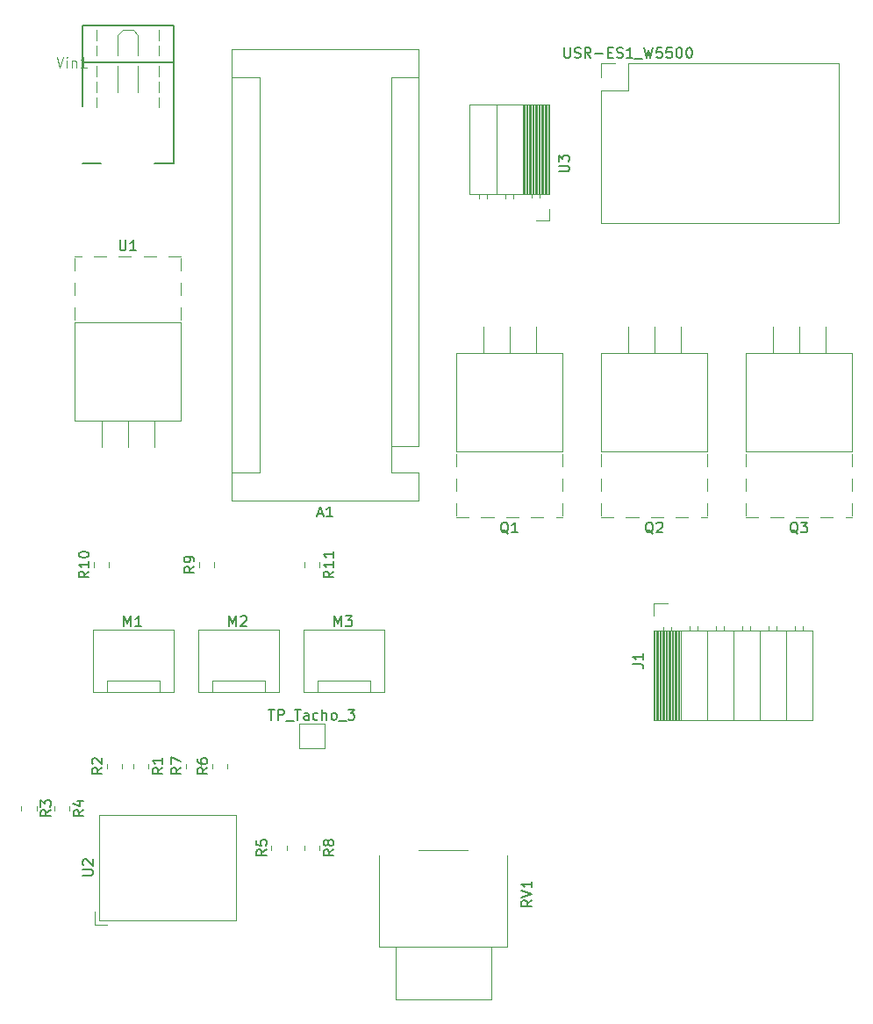
<source format=gbr>
%TF.GenerationSoftware,KiCad,Pcbnew,(5.1.10)-1*%
%TF.CreationDate,2021-06-07T21:45:38+02:00*%
%TF.ProjectId,SteuerungPCB,53746575-6572-4756-9e67-5043422e6b69,rev?*%
%TF.SameCoordinates,Original*%
%TF.FileFunction,Legend,Top*%
%TF.FilePolarity,Positive*%
%FSLAX46Y46*%
G04 Gerber Fmt 4.6, Leading zero omitted, Abs format (unit mm)*
G04 Created by KiCad (PCBNEW (5.1.10)-1) date 2021-06-07 21:45:38*
%MOMM*%
%LPD*%
G01*
G04 APERTURE LIST*
%ADD10C,0.203200*%
%ADD11C,0.101600*%
%ADD12C,0.120000*%
%ADD13C,0.015000*%
%ADD14C,0.150000*%
G04 APERTURE END LIST*
D10*
%TO.C,Vin1*%
X99650000Y-12800000D02*
X90850000Y-12800000D01*
X99650000Y-26100000D02*
X99650000Y-16300000D01*
X99650000Y-16300000D02*
X99650000Y-12800000D01*
X97850000Y-26100000D02*
X99650000Y-26100000D01*
X90850000Y-26100000D02*
X92650000Y-26100000D01*
X90850000Y-12800000D02*
X90850000Y-20600000D01*
X99650000Y-16300000D02*
X90850000Y-16300000D01*
D11*
X98250000Y-13200000D02*
X98250000Y-14200000D01*
X98250000Y-14700000D02*
X98250000Y-15700000D01*
X98250000Y-16700000D02*
X98250000Y-17700000D01*
X98250000Y-18200000D02*
X98250000Y-19200000D01*
X98250000Y-19700000D02*
X98250000Y-20700000D01*
X92250000Y-13200000D02*
X92250000Y-14200000D01*
X92250000Y-14700000D02*
X92250000Y-15700000D01*
X92250000Y-16700000D02*
X92250000Y-17700000D01*
X92250000Y-18200000D02*
X92250000Y-19200000D01*
X92250000Y-19700000D02*
X92250000Y-20700000D01*
X96250000Y-13700000D02*
X96250000Y-15700000D01*
X96250000Y-16700000D02*
X96250000Y-19200000D01*
X94250000Y-13700000D02*
X94250000Y-15700000D01*
X94250000Y-16700000D02*
X94250000Y-19200000D01*
X96250000Y-13700000D02*
X95750000Y-13200000D01*
X95750000Y-13200000D02*
X94750000Y-13200000D01*
X94750000Y-13200000D02*
X94250000Y-13700000D01*
D12*
%TO.C,RV1*%
X131860000Y-92761000D02*
X131860000Y-101640000D01*
X119520000Y-92761000D02*
X119520000Y-101640000D01*
X128084000Y-92259000D02*
X123295000Y-92259000D01*
X131860000Y-101640000D02*
X119520000Y-101640000D01*
X130310000Y-101640000D02*
X130310000Y-106640000D01*
X121070000Y-101640000D02*
X121070000Y-106640000D01*
X130310000Y-101640000D02*
X121070000Y-101640000D01*
X130310000Y-106640000D02*
X121070000Y-106640000D01*
X128810000Y-106640000D02*
X122570000Y-106640000D01*
%TO.C,USR-ES1_W5500*%
X140910000Y-16450000D02*
X142240000Y-16450000D01*
X140910000Y-17780000D02*
X140910000Y-16450000D01*
X143510000Y-16450000D02*
X163890000Y-16450000D01*
X143510000Y-19050000D02*
X143510000Y-16450000D01*
X140910000Y-19050000D02*
X143510000Y-19050000D01*
X163890000Y-16450000D02*
X163890000Y-31810000D01*
X140910000Y-19050000D02*
X140910000Y-31810000D01*
X140910000Y-31810000D02*
X163890000Y-31810000D01*
%TO.C,U2*%
X92090000Y-99450000D02*
X92090000Y-98250000D01*
X93290000Y-99450000D02*
X92090000Y-99450000D01*
X92450000Y-88870000D02*
X92450000Y-99090000D01*
X92450000Y-99090000D02*
X105670000Y-99090000D01*
X105670000Y-99090000D02*
X105670000Y-88870000D01*
X105670000Y-88870000D02*
X92450000Y-88870000D01*
%TO.C,R11*%
X112295000Y-64542936D02*
X112295000Y-64997064D01*
X113765000Y-64542936D02*
X113765000Y-64997064D01*
%TO.C,R10*%
X93445000Y-64997064D02*
X93445000Y-64542936D01*
X91975000Y-64997064D02*
X91975000Y-64542936D01*
%TO.C,R9*%
X103605000Y-64997064D02*
X103605000Y-64542936D01*
X102135000Y-64997064D02*
X102135000Y-64542936D01*
%TO.C,R8*%
X112295000Y-91847936D02*
X112295000Y-92302064D01*
X113765000Y-91847936D02*
X113765000Y-92302064D01*
%TO.C,R7*%
X102335000Y-84404564D02*
X102335000Y-83950436D01*
X100865000Y-84404564D02*
X100865000Y-83950436D01*
%TO.C,R6*%
X104875000Y-84404564D02*
X104875000Y-83950436D01*
X103405000Y-84404564D02*
X103405000Y-83950436D01*
%TO.C,R5*%
X110590000Y-92302064D02*
X110590000Y-91847936D01*
X109120000Y-92302064D02*
X109120000Y-91847936D01*
%TO.C,R4*%
X88165000Y-88037936D02*
X88165000Y-88492064D01*
X89635000Y-88037936D02*
X89635000Y-88492064D01*
%TO.C,R3*%
X84990000Y-88037936D02*
X84990000Y-88492064D01*
X86460000Y-88037936D02*
X86460000Y-88492064D01*
%TO.C,R2*%
X94715000Y-84404564D02*
X94715000Y-83950436D01*
X93245000Y-84404564D02*
X93245000Y-83950436D01*
%TO.C,R1*%
X95785000Y-83950436D02*
X95785000Y-84404564D01*
X97255000Y-83950436D02*
X97255000Y-84404564D01*
%TO.C,TP_Tacho_3*%
X111830000Y-82480000D02*
X111830000Y-80080000D01*
X114230000Y-82480000D02*
X111830000Y-82480000D01*
X114230000Y-80080000D02*
X114230000Y-82480000D01*
X111830000Y-80080000D02*
X114230000Y-80080000D01*
%TO.C,U1*%
X100370000Y-50920000D02*
X90130000Y-50920000D01*
X100370000Y-41430000D02*
X90130000Y-41430000D01*
X100370000Y-50920000D02*
X100370000Y-41430000D01*
X90130000Y-50920000D02*
X90130000Y-41430000D01*
X100370000Y-35030000D02*
X99170000Y-35030000D01*
X97971000Y-35030000D02*
X96770000Y-35030000D01*
X95570000Y-35030000D02*
X94370000Y-35030000D01*
X93170000Y-35030000D02*
X91970000Y-35030000D01*
X90770000Y-35030000D02*
X90130000Y-35030000D01*
X100370000Y-41190000D02*
X100370000Y-39990000D01*
X100370000Y-38790000D02*
X100370000Y-37590000D01*
X100370000Y-36390000D02*
X100370000Y-35190000D01*
X90130000Y-41190000D02*
X90130000Y-39990000D01*
X90130000Y-38790000D02*
X90130000Y-37590000D01*
X90130000Y-36390000D02*
X90130000Y-35190000D01*
X97790000Y-53460000D02*
X97790000Y-50920000D01*
X95250000Y-53460000D02*
X95250000Y-50920000D01*
X92710000Y-53460000D02*
X92710000Y-50920000D01*
%TO.C,Q3*%
X154900000Y-44330000D02*
X165140000Y-44330000D01*
X154900000Y-53820000D02*
X165140000Y-53820000D01*
X154900000Y-44330000D02*
X154900000Y-53820000D01*
X165140000Y-44330000D02*
X165140000Y-53820000D01*
X154900000Y-60220000D02*
X156100000Y-60220000D01*
X157299000Y-60220000D02*
X158500000Y-60220000D01*
X159700000Y-60220000D02*
X160900000Y-60220000D01*
X162100000Y-60220000D02*
X163300000Y-60220000D01*
X164500000Y-60220000D02*
X165140000Y-60220000D01*
X154900000Y-54060000D02*
X154900000Y-55260000D01*
X154900000Y-56460000D02*
X154900000Y-57660000D01*
X154900000Y-58860000D02*
X154900000Y-60060000D01*
X165140000Y-54060000D02*
X165140000Y-55260000D01*
X165140000Y-56460000D02*
X165140000Y-57660000D01*
X165140000Y-58860000D02*
X165140000Y-60060000D01*
X157480000Y-41790000D02*
X157480000Y-44330000D01*
X160020000Y-41790000D02*
X160020000Y-44330000D01*
X162560000Y-41790000D02*
X162560000Y-44330000D01*
%TO.C,Q2*%
X140930000Y-44330000D02*
X151170000Y-44330000D01*
X140930000Y-53820000D02*
X151170000Y-53820000D01*
X140930000Y-44330000D02*
X140930000Y-53820000D01*
X151170000Y-44330000D02*
X151170000Y-53820000D01*
X140930000Y-60220000D02*
X142130000Y-60220000D01*
X143329000Y-60220000D02*
X144530000Y-60220000D01*
X145730000Y-60220000D02*
X146930000Y-60220000D01*
X148130000Y-60220000D02*
X149330000Y-60220000D01*
X150530000Y-60220000D02*
X151170000Y-60220000D01*
X140930000Y-54060000D02*
X140930000Y-55260000D01*
X140930000Y-56460000D02*
X140930000Y-57660000D01*
X140930000Y-58860000D02*
X140930000Y-60060000D01*
X151170000Y-54060000D02*
X151170000Y-55260000D01*
X151170000Y-56460000D02*
X151170000Y-57660000D01*
X151170000Y-58860000D02*
X151170000Y-60060000D01*
X143510000Y-41790000D02*
X143510000Y-44330000D01*
X146050000Y-41790000D02*
X146050000Y-44330000D01*
X148590000Y-41790000D02*
X148590000Y-44330000D01*
%TO.C,Q1*%
X126960000Y-44330000D02*
X137200000Y-44330000D01*
X126960000Y-53820000D02*
X137200000Y-53820000D01*
X126960000Y-44330000D02*
X126960000Y-53820000D01*
X137200000Y-44330000D02*
X137200000Y-53820000D01*
X126960000Y-60220000D02*
X128160000Y-60220000D01*
X129359000Y-60220000D02*
X130560000Y-60220000D01*
X131760000Y-60220000D02*
X132960000Y-60220000D01*
X134160000Y-60220000D02*
X135360000Y-60220000D01*
X136560000Y-60220000D02*
X137200000Y-60220000D01*
X126960000Y-54060000D02*
X126960000Y-55260000D01*
X126960000Y-56460000D02*
X126960000Y-57660000D01*
X126960000Y-58860000D02*
X126960000Y-60060000D01*
X137200000Y-54060000D02*
X137200000Y-55260000D01*
X137200000Y-56460000D02*
X137200000Y-57660000D01*
X137200000Y-58860000D02*
X137200000Y-60060000D01*
X129540000Y-41790000D02*
X129540000Y-44330000D01*
X132080000Y-41790000D02*
X132080000Y-44330000D01*
X134620000Y-41790000D02*
X134620000Y-44330000D01*
%TO.C,M3*%
X118610000Y-75950000D02*
X118610000Y-76960000D01*
X113530000Y-75950000D02*
X118610000Y-75950000D01*
X113530000Y-76960000D02*
X113530000Y-75950000D01*
X119980000Y-77060000D02*
X112180000Y-77060000D01*
X119980000Y-71010000D02*
X119980000Y-77060000D01*
X112180000Y-71010000D02*
X119980000Y-71010000D01*
X112180000Y-77060000D02*
X112180000Y-71010000D01*
%TO.C,U3*%
X135950000Y-30480000D02*
X135950000Y-31590000D01*
X135950000Y-31590000D02*
X134620000Y-31590000D01*
X135950000Y-20390000D02*
X128210000Y-20390000D01*
X128210000Y-20390000D02*
X128210000Y-29020000D01*
X135950000Y-29020000D02*
X128210000Y-29020000D01*
X135950000Y-20390000D02*
X135950000Y-29020000D01*
X130810000Y-20390000D02*
X130810000Y-29020000D01*
X133350000Y-20390000D02*
X133350000Y-29020000D01*
X129180000Y-29020000D02*
X129180000Y-29430000D01*
X129900000Y-29020000D02*
X129900000Y-29430000D01*
X131720000Y-29020000D02*
X131720000Y-29430000D01*
X132440000Y-29020000D02*
X132440000Y-29430000D01*
X134260000Y-29020000D02*
X134260000Y-29370000D01*
X134980000Y-29020000D02*
X134980000Y-29370000D01*
X133468100Y-20390000D02*
X133468100Y-29020000D01*
X133586195Y-20390000D02*
X133586195Y-29020000D01*
X133704290Y-20390000D02*
X133704290Y-29020000D01*
X133822385Y-20390000D02*
X133822385Y-29020000D01*
X133940480Y-20390000D02*
X133940480Y-29020000D01*
X134058575Y-20390000D02*
X134058575Y-29020000D01*
X134176670Y-20390000D02*
X134176670Y-29020000D01*
X134294765Y-20390000D02*
X134294765Y-29020000D01*
X134412860Y-20390000D02*
X134412860Y-29020000D01*
X134530955Y-20390000D02*
X134530955Y-29020000D01*
X134649050Y-20390000D02*
X134649050Y-29020000D01*
X134767145Y-20390000D02*
X134767145Y-29020000D01*
X134885240Y-20390000D02*
X134885240Y-29020000D01*
X135003335Y-20390000D02*
X135003335Y-29020000D01*
X135121430Y-20390000D02*
X135121430Y-29020000D01*
X135239525Y-20390000D02*
X135239525Y-29020000D01*
X135357620Y-20390000D02*
X135357620Y-29020000D01*
X135475715Y-20390000D02*
X135475715Y-29020000D01*
X135593810Y-20390000D02*
X135593810Y-29020000D01*
X135711905Y-20390000D02*
X135711905Y-29020000D01*
X135830000Y-20390000D02*
X135830000Y-29020000D01*
%TO.C,M2*%
X108450000Y-75950000D02*
X108450000Y-76960000D01*
X103370000Y-75950000D02*
X108450000Y-75950000D01*
X103370000Y-76960000D02*
X103370000Y-75950000D01*
X109820000Y-77060000D02*
X102020000Y-77060000D01*
X109820000Y-71010000D02*
X109820000Y-77060000D01*
X102020000Y-71010000D02*
X109820000Y-71010000D01*
X102020000Y-77060000D02*
X102020000Y-71010000D01*
%TO.C,M1*%
X98290000Y-75950000D02*
X98290000Y-76960000D01*
X93210000Y-75950000D02*
X98290000Y-75950000D01*
X93210000Y-76960000D02*
X93210000Y-75950000D01*
X99660000Y-77060000D02*
X91860000Y-77060000D01*
X99660000Y-71010000D02*
X99660000Y-77060000D01*
X91860000Y-71010000D02*
X99660000Y-71010000D01*
X91860000Y-77060000D02*
X91860000Y-71010000D01*
%TO.C,J1*%
X145990000Y-69640000D02*
X145990000Y-68530000D01*
X145990000Y-68530000D02*
X147320000Y-68530000D01*
X145990000Y-79730000D02*
X161350000Y-79730000D01*
X161350000Y-79730000D02*
X161350000Y-71100000D01*
X145990000Y-71100000D02*
X161350000Y-71100000D01*
X145990000Y-79730000D02*
X145990000Y-71100000D01*
X158750000Y-79730000D02*
X158750000Y-71100000D01*
X156210000Y-79730000D02*
X156210000Y-71100000D01*
X153670000Y-79730000D02*
X153670000Y-71100000D01*
X151130000Y-79730000D02*
X151130000Y-71100000D01*
X148590000Y-79730000D02*
X148590000Y-71100000D01*
X160380000Y-71100000D02*
X160380000Y-70690000D01*
X159660000Y-71100000D02*
X159660000Y-70690000D01*
X157840000Y-71100000D02*
X157840000Y-70690000D01*
X157120000Y-71100000D02*
X157120000Y-70690000D01*
X155300000Y-71100000D02*
X155300000Y-70690000D01*
X154580000Y-71100000D02*
X154580000Y-70690000D01*
X152760000Y-71100000D02*
X152760000Y-70690000D01*
X152040000Y-71100000D02*
X152040000Y-70690000D01*
X150220000Y-71100000D02*
X150220000Y-70690000D01*
X149500000Y-71100000D02*
X149500000Y-70690000D01*
X147680000Y-71100000D02*
X147680000Y-70750000D01*
X146960000Y-71100000D02*
X146960000Y-70750000D01*
X148471900Y-79730000D02*
X148471900Y-71100000D01*
X148353805Y-79730000D02*
X148353805Y-71100000D01*
X148235710Y-79730000D02*
X148235710Y-71100000D01*
X148117615Y-79730000D02*
X148117615Y-71100000D01*
X147999520Y-79730000D02*
X147999520Y-71100000D01*
X147881425Y-79730000D02*
X147881425Y-71100000D01*
X147763330Y-79730000D02*
X147763330Y-71100000D01*
X147645235Y-79730000D02*
X147645235Y-71100000D01*
X147527140Y-79730000D02*
X147527140Y-71100000D01*
X147409045Y-79730000D02*
X147409045Y-71100000D01*
X147290950Y-79730000D02*
X147290950Y-71100000D01*
X147172855Y-79730000D02*
X147172855Y-71100000D01*
X147054760Y-79730000D02*
X147054760Y-71100000D01*
X146936665Y-79730000D02*
X146936665Y-71100000D01*
X146818570Y-79730000D02*
X146818570Y-71100000D01*
X146700475Y-79730000D02*
X146700475Y-71100000D01*
X146582380Y-79730000D02*
X146582380Y-71100000D01*
X146464285Y-79730000D02*
X146464285Y-71100000D01*
X146346190Y-79730000D02*
X146346190Y-71100000D01*
X146228095Y-79730000D02*
X146228095Y-71100000D01*
X146110000Y-79730000D02*
X146110000Y-71100000D01*
%TO.C,A1*%
X120650000Y-53340000D02*
X120650000Y-55880000D01*
X120650000Y-55880000D02*
X123320000Y-55880000D01*
X123320000Y-53340000D02*
X123320000Y-15110000D01*
X123320000Y-58550000D02*
X123320000Y-55880000D01*
X107950000Y-55880000D02*
X105280000Y-55880000D01*
X107950000Y-55880000D02*
X107950000Y-17780000D01*
X107950000Y-17780000D02*
X105280000Y-17780000D01*
X120650000Y-53340000D02*
X123320000Y-53340000D01*
X120650000Y-53340000D02*
X120650000Y-17780000D01*
X120650000Y-17780000D02*
X123320000Y-17780000D01*
X123320000Y-15110000D02*
X105280000Y-15110000D01*
X105280000Y-15110000D02*
X105280000Y-58550000D01*
X105280000Y-58550000D02*
X123320000Y-58550000D01*
%TO.C,Vin1*%
D13*
X88385000Y-15827380D02*
X88718333Y-16827380D01*
X89051666Y-15827380D01*
X89385000Y-16827380D02*
X89385000Y-16160714D01*
X89385000Y-15827380D02*
X89337380Y-15875000D01*
X89385000Y-15922619D01*
X89432619Y-15875000D01*
X89385000Y-15827380D01*
X89385000Y-15922619D01*
X89861190Y-16160714D02*
X89861190Y-16827380D01*
X89861190Y-16255952D02*
X89908809Y-16208333D01*
X90004047Y-16160714D01*
X90146904Y-16160714D01*
X90242142Y-16208333D01*
X90289761Y-16303571D01*
X90289761Y-16827380D01*
X91289761Y-16827380D02*
X90718333Y-16827380D01*
X91004047Y-16827380D02*
X91004047Y-15827380D01*
X90908809Y-15970238D01*
X90813571Y-16065476D01*
X90718333Y-16113095D01*
%TO.C,RV1*%
D14*
X134242380Y-97115238D02*
X133766190Y-97448571D01*
X134242380Y-97686666D02*
X133242380Y-97686666D01*
X133242380Y-97305714D01*
X133290000Y-97210476D01*
X133337619Y-97162857D01*
X133432857Y-97115238D01*
X133575714Y-97115238D01*
X133670952Y-97162857D01*
X133718571Y-97210476D01*
X133766190Y-97305714D01*
X133766190Y-97686666D01*
X133242380Y-96829523D02*
X134242380Y-96496190D01*
X133242380Y-96162857D01*
X134242380Y-95305714D02*
X134242380Y-95877142D01*
X134242380Y-95591428D02*
X133242380Y-95591428D01*
X133385238Y-95686666D01*
X133480476Y-95781904D01*
X133528095Y-95877142D01*
%TO.C,USR-ES1_W5500*%
X137367142Y-14902380D02*
X137367142Y-15711904D01*
X137414761Y-15807142D01*
X137462380Y-15854761D01*
X137557619Y-15902380D01*
X137748095Y-15902380D01*
X137843333Y-15854761D01*
X137890952Y-15807142D01*
X137938571Y-15711904D01*
X137938571Y-14902380D01*
X138367142Y-15854761D02*
X138510000Y-15902380D01*
X138748095Y-15902380D01*
X138843333Y-15854761D01*
X138890952Y-15807142D01*
X138938571Y-15711904D01*
X138938571Y-15616666D01*
X138890952Y-15521428D01*
X138843333Y-15473809D01*
X138748095Y-15426190D01*
X138557619Y-15378571D01*
X138462380Y-15330952D01*
X138414761Y-15283333D01*
X138367142Y-15188095D01*
X138367142Y-15092857D01*
X138414761Y-14997619D01*
X138462380Y-14950000D01*
X138557619Y-14902380D01*
X138795714Y-14902380D01*
X138938571Y-14950000D01*
X139938571Y-15902380D02*
X139605238Y-15426190D01*
X139367142Y-15902380D02*
X139367142Y-14902380D01*
X139748095Y-14902380D01*
X139843333Y-14950000D01*
X139890952Y-14997619D01*
X139938571Y-15092857D01*
X139938571Y-15235714D01*
X139890952Y-15330952D01*
X139843333Y-15378571D01*
X139748095Y-15426190D01*
X139367142Y-15426190D01*
X140367142Y-15521428D02*
X141129047Y-15521428D01*
X141605238Y-15378571D02*
X141938571Y-15378571D01*
X142081428Y-15902380D02*
X141605238Y-15902380D01*
X141605238Y-14902380D01*
X142081428Y-14902380D01*
X142462380Y-15854761D02*
X142605238Y-15902380D01*
X142843333Y-15902380D01*
X142938571Y-15854761D01*
X142986190Y-15807142D01*
X143033809Y-15711904D01*
X143033809Y-15616666D01*
X142986190Y-15521428D01*
X142938571Y-15473809D01*
X142843333Y-15426190D01*
X142652857Y-15378571D01*
X142557619Y-15330952D01*
X142510000Y-15283333D01*
X142462380Y-15188095D01*
X142462380Y-15092857D01*
X142510000Y-14997619D01*
X142557619Y-14950000D01*
X142652857Y-14902380D01*
X142890952Y-14902380D01*
X143033809Y-14950000D01*
X143986190Y-15902380D02*
X143414761Y-15902380D01*
X143700476Y-15902380D02*
X143700476Y-14902380D01*
X143605238Y-15045238D01*
X143510000Y-15140476D01*
X143414761Y-15188095D01*
X144176666Y-15997619D02*
X144938571Y-15997619D01*
X145081428Y-14902380D02*
X145319523Y-15902380D01*
X145510000Y-15188095D01*
X145700476Y-15902380D01*
X145938571Y-14902380D01*
X146795714Y-14902380D02*
X146319523Y-14902380D01*
X146271904Y-15378571D01*
X146319523Y-15330952D01*
X146414761Y-15283333D01*
X146652857Y-15283333D01*
X146748095Y-15330952D01*
X146795714Y-15378571D01*
X146843333Y-15473809D01*
X146843333Y-15711904D01*
X146795714Y-15807142D01*
X146748095Y-15854761D01*
X146652857Y-15902380D01*
X146414761Y-15902380D01*
X146319523Y-15854761D01*
X146271904Y-15807142D01*
X147748095Y-14902380D02*
X147271904Y-14902380D01*
X147224285Y-15378571D01*
X147271904Y-15330952D01*
X147367142Y-15283333D01*
X147605238Y-15283333D01*
X147700476Y-15330952D01*
X147748095Y-15378571D01*
X147795714Y-15473809D01*
X147795714Y-15711904D01*
X147748095Y-15807142D01*
X147700476Y-15854761D01*
X147605238Y-15902380D01*
X147367142Y-15902380D01*
X147271904Y-15854761D01*
X147224285Y-15807142D01*
X148414761Y-14902380D02*
X148510000Y-14902380D01*
X148605238Y-14950000D01*
X148652857Y-14997619D01*
X148700476Y-15092857D01*
X148748095Y-15283333D01*
X148748095Y-15521428D01*
X148700476Y-15711904D01*
X148652857Y-15807142D01*
X148605238Y-15854761D01*
X148510000Y-15902380D01*
X148414761Y-15902380D01*
X148319523Y-15854761D01*
X148271904Y-15807142D01*
X148224285Y-15711904D01*
X148176666Y-15521428D01*
X148176666Y-15283333D01*
X148224285Y-15092857D01*
X148271904Y-14997619D01*
X148319523Y-14950000D01*
X148414761Y-14902380D01*
X149367142Y-14902380D02*
X149462380Y-14902380D01*
X149557619Y-14950000D01*
X149605238Y-14997619D01*
X149652857Y-15092857D01*
X149700476Y-15283333D01*
X149700476Y-15521428D01*
X149652857Y-15711904D01*
X149605238Y-15807142D01*
X149557619Y-15854761D01*
X149462380Y-15902380D01*
X149367142Y-15902380D01*
X149271904Y-15854761D01*
X149224285Y-15807142D01*
X149176666Y-15711904D01*
X149129047Y-15521428D01*
X149129047Y-15283333D01*
X149176666Y-15092857D01*
X149224285Y-14997619D01*
X149271904Y-14950000D01*
X149367142Y-14902380D01*
%TO.C,U2*%
X90892380Y-94741904D02*
X91701904Y-94741904D01*
X91797142Y-94694285D01*
X91844761Y-94646666D01*
X91892380Y-94551428D01*
X91892380Y-94360952D01*
X91844761Y-94265714D01*
X91797142Y-94218095D01*
X91701904Y-94170476D01*
X90892380Y-94170476D01*
X90987619Y-93741904D02*
X90940000Y-93694285D01*
X90892380Y-93599047D01*
X90892380Y-93360952D01*
X90940000Y-93265714D01*
X90987619Y-93218095D01*
X91082857Y-93170476D01*
X91178095Y-93170476D01*
X91320952Y-93218095D01*
X91892380Y-93789523D01*
X91892380Y-93170476D01*
%TO.C,R11*%
X115132380Y-65412857D02*
X114656190Y-65746190D01*
X115132380Y-65984285D02*
X114132380Y-65984285D01*
X114132380Y-65603333D01*
X114180000Y-65508095D01*
X114227619Y-65460476D01*
X114322857Y-65412857D01*
X114465714Y-65412857D01*
X114560952Y-65460476D01*
X114608571Y-65508095D01*
X114656190Y-65603333D01*
X114656190Y-65984285D01*
X115132380Y-64460476D02*
X115132380Y-65031904D01*
X115132380Y-64746190D02*
X114132380Y-64746190D01*
X114275238Y-64841428D01*
X114370476Y-64936666D01*
X114418095Y-65031904D01*
X115132380Y-63508095D02*
X115132380Y-64079523D01*
X115132380Y-63793809D02*
X114132380Y-63793809D01*
X114275238Y-63889047D01*
X114370476Y-63984285D01*
X114418095Y-64079523D01*
%TO.C,R10*%
X91512380Y-65412857D02*
X91036190Y-65746190D01*
X91512380Y-65984285D02*
X90512380Y-65984285D01*
X90512380Y-65603333D01*
X90560000Y-65508095D01*
X90607619Y-65460476D01*
X90702857Y-65412857D01*
X90845714Y-65412857D01*
X90940952Y-65460476D01*
X90988571Y-65508095D01*
X91036190Y-65603333D01*
X91036190Y-65984285D01*
X91512380Y-64460476D02*
X91512380Y-65031904D01*
X91512380Y-64746190D02*
X90512380Y-64746190D01*
X90655238Y-64841428D01*
X90750476Y-64936666D01*
X90798095Y-65031904D01*
X90512380Y-63841428D02*
X90512380Y-63746190D01*
X90560000Y-63650952D01*
X90607619Y-63603333D01*
X90702857Y-63555714D01*
X90893333Y-63508095D01*
X91131428Y-63508095D01*
X91321904Y-63555714D01*
X91417142Y-63603333D01*
X91464761Y-63650952D01*
X91512380Y-63746190D01*
X91512380Y-63841428D01*
X91464761Y-63936666D01*
X91417142Y-63984285D01*
X91321904Y-64031904D01*
X91131428Y-64079523D01*
X90893333Y-64079523D01*
X90702857Y-64031904D01*
X90607619Y-63984285D01*
X90560000Y-63936666D01*
X90512380Y-63841428D01*
%TO.C,R9*%
X101672380Y-64936666D02*
X101196190Y-65270000D01*
X101672380Y-65508095D02*
X100672380Y-65508095D01*
X100672380Y-65127142D01*
X100720000Y-65031904D01*
X100767619Y-64984285D01*
X100862857Y-64936666D01*
X101005714Y-64936666D01*
X101100952Y-64984285D01*
X101148571Y-65031904D01*
X101196190Y-65127142D01*
X101196190Y-65508095D01*
X101672380Y-64460476D02*
X101672380Y-64270000D01*
X101624761Y-64174761D01*
X101577142Y-64127142D01*
X101434285Y-64031904D01*
X101243809Y-63984285D01*
X100862857Y-63984285D01*
X100767619Y-64031904D01*
X100720000Y-64079523D01*
X100672380Y-64174761D01*
X100672380Y-64365238D01*
X100720000Y-64460476D01*
X100767619Y-64508095D01*
X100862857Y-64555714D01*
X101100952Y-64555714D01*
X101196190Y-64508095D01*
X101243809Y-64460476D01*
X101291428Y-64365238D01*
X101291428Y-64174761D01*
X101243809Y-64079523D01*
X101196190Y-64031904D01*
X101100952Y-63984285D01*
%TO.C,R8*%
X115132380Y-92241666D02*
X114656190Y-92575000D01*
X115132380Y-92813095D02*
X114132380Y-92813095D01*
X114132380Y-92432142D01*
X114180000Y-92336904D01*
X114227619Y-92289285D01*
X114322857Y-92241666D01*
X114465714Y-92241666D01*
X114560952Y-92289285D01*
X114608571Y-92336904D01*
X114656190Y-92432142D01*
X114656190Y-92813095D01*
X114560952Y-91670238D02*
X114513333Y-91765476D01*
X114465714Y-91813095D01*
X114370476Y-91860714D01*
X114322857Y-91860714D01*
X114227619Y-91813095D01*
X114180000Y-91765476D01*
X114132380Y-91670238D01*
X114132380Y-91479761D01*
X114180000Y-91384523D01*
X114227619Y-91336904D01*
X114322857Y-91289285D01*
X114370476Y-91289285D01*
X114465714Y-91336904D01*
X114513333Y-91384523D01*
X114560952Y-91479761D01*
X114560952Y-91670238D01*
X114608571Y-91765476D01*
X114656190Y-91813095D01*
X114751428Y-91860714D01*
X114941904Y-91860714D01*
X115037142Y-91813095D01*
X115084761Y-91765476D01*
X115132380Y-91670238D01*
X115132380Y-91479761D01*
X115084761Y-91384523D01*
X115037142Y-91336904D01*
X114941904Y-91289285D01*
X114751428Y-91289285D01*
X114656190Y-91336904D01*
X114608571Y-91384523D01*
X114560952Y-91479761D01*
%TO.C,R7*%
X100402380Y-84344166D02*
X99926190Y-84677500D01*
X100402380Y-84915595D02*
X99402380Y-84915595D01*
X99402380Y-84534642D01*
X99450000Y-84439404D01*
X99497619Y-84391785D01*
X99592857Y-84344166D01*
X99735714Y-84344166D01*
X99830952Y-84391785D01*
X99878571Y-84439404D01*
X99926190Y-84534642D01*
X99926190Y-84915595D01*
X99402380Y-84010833D02*
X99402380Y-83344166D01*
X100402380Y-83772738D01*
%TO.C,R6*%
X102942380Y-84344166D02*
X102466190Y-84677500D01*
X102942380Y-84915595D02*
X101942380Y-84915595D01*
X101942380Y-84534642D01*
X101990000Y-84439404D01*
X102037619Y-84391785D01*
X102132857Y-84344166D01*
X102275714Y-84344166D01*
X102370952Y-84391785D01*
X102418571Y-84439404D01*
X102466190Y-84534642D01*
X102466190Y-84915595D01*
X101942380Y-83487023D02*
X101942380Y-83677500D01*
X101990000Y-83772738D01*
X102037619Y-83820357D01*
X102180476Y-83915595D01*
X102370952Y-83963214D01*
X102751904Y-83963214D01*
X102847142Y-83915595D01*
X102894761Y-83867976D01*
X102942380Y-83772738D01*
X102942380Y-83582261D01*
X102894761Y-83487023D01*
X102847142Y-83439404D01*
X102751904Y-83391785D01*
X102513809Y-83391785D01*
X102418571Y-83439404D01*
X102370952Y-83487023D01*
X102323333Y-83582261D01*
X102323333Y-83772738D01*
X102370952Y-83867976D01*
X102418571Y-83915595D01*
X102513809Y-83963214D01*
%TO.C,R5*%
X108657380Y-92241666D02*
X108181190Y-92575000D01*
X108657380Y-92813095D02*
X107657380Y-92813095D01*
X107657380Y-92432142D01*
X107705000Y-92336904D01*
X107752619Y-92289285D01*
X107847857Y-92241666D01*
X107990714Y-92241666D01*
X108085952Y-92289285D01*
X108133571Y-92336904D01*
X108181190Y-92432142D01*
X108181190Y-92813095D01*
X107657380Y-91336904D02*
X107657380Y-91813095D01*
X108133571Y-91860714D01*
X108085952Y-91813095D01*
X108038333Y-91717857D01*
X108038333Y-91479761D01*
X108085952Y-91384523D01*
X108133571Y-91336904D01*
X108228809Y-91289285D01*
X108466904Y-91289285D01*
X108562142Y-91336904D01*
X108609761Y-91384523D01*
X108657380Y-91479761D01*
X108657380Y-91717857D01*
X108609761Y-91813095D01*
X108562142Y-91860714D01*
%TO.C,R4*%
X91002380Y-88431666D02*
X90526190Y-88765000D01*
X91002380Y-89003095D02*
X90002380Y-89003095D01*
X90002380Y-88622142D01*
X90050000Y-88526904D01*
X90097619Y-88479285D01*
X90192857Y-88431666D01*
X90335714Y-88431666D01*
X90430952Y-88479285D01*
X90478571Y-88526904D01*
X90526190Y-88622142D01*
X90526190Y-89003095D01*
X90335714Y-87574523D02*
X91002380Y-87574523D01*
X89954761Y-87812619D02*
X90669047Y-88050714D01*
X90669047Y-87431666D01*
%TO.C,R3*%
X87827380Y-88431666D02*
X87351190Y-88765000D01*
X87827380Y-89003095D02*
X86827380Y-89003095D01*
X86827380Y-88622142D01*
X86875000Y-88526904D01*
X86922619Y-88479285D01*
X87017857Y-88431666D01*
X87160714Y-88431666D01*
X87255952Y-88479285D01*
X87303571Y-88526904D01*
X87351190Y-88622142D01*
X87351190Y-89003095D01*
X86827380Y-88098333D02*
X86827380Y-87479285D01*
X87208333Y-87812619D01*
X87208333Y-87669761D01*
X87255952Y-87574523D01*
X87303571Y-87526904D01*
X87398809Y-87479285D01*
X87636904Y-87479285D01*
X87732142Y-87526904D01*
X87779761Y-87574523D01*
X87827380Y-87669761D01*
X87827380Y-87955476D01*
X87779761Y-88050714D01*
X87732142Y-88098333D01*
%TO.C,R2*%
X92782380Y-84344166D02*
X92306190Y-84677500D01*
X92782380Y-84915595D02*
X91782380Y-84915595D01*
X91782380Y-84534642D01*
X91830000Y-84439404D01*
X91877619Y-84391785D01*
X91972857Y-84344166D01*
X92115714Y-84344166D01*
X92210952Y-84391785D01*
X92258571Y-84439404D01*
X92306190Y-84534642D01*
X92306190Y-84915595D01*
X91877619Y-83963214D02*
X91830000Y-83915595D01*
X91782380Y-83820357D01*
X91782380Y-83582261D01*
X91830000Y-83487023D01*
X91877619Y-83439404D01*
X91972857Y-83391785D01*
X92068095Y-83391785D01*
X92210952Y-83439404D01*
X92782380Y-84010833D01*
X92782380Y-83391785D01*
%TO.C,R1*%
X98622380Y-84344166D02*
X98146190Y-84677500D01*
X98622380Y-84915595D02*
X97622380Y-84915595D01*
X97622380Y-84534642D01*
X97670000Y-84439404D01*
X97717619Y-84391785D01*
X97812857Y-84344166D01*
X97955714Y-84344166D01*
X98050952Y-84391785D01*
X98098571Y-84439404D01*
X98146190Y-84534642D01*
X98146190Y-84915595D01*
X98622380Y-83391785D02*
X98622380Y-83963214D01*
X98622380Y-83677500D02*
X97622380Y-83677500D01*
X97765238Y-83772738D01*
X97860476Y-83867976D01*
X97908095Y-83963214D01*
%TO.C,TP_Tacho_3*%
X108839523Y-78734380D02*
X109410952Y-78734380D01*
X109125238Y-79734380D02*
X109125238Y-78734380D01*
X109744285Y-79734380D02*
X109744285Y-78734380D01*
X110125238Y-78734380D01*
X110220476Y-78782000D01*
X110268095Y-78829619D01*
X110315714Y-78924857D01*
X110315714Y-79067714D01*
X110268095Y-79162952D01*
X110220476Y-79210571D01*
X110125238Y-79258190D01*
X109744285Y-79258190D01*
X110506190Y-79829619D02*
X111268095Y-79829619D01*
X111363333Y-78734380D02*
X111934761Y-78734380D01*
X111649047Y-79734380D02*
X111649047Y-78734380D01*
X112696666Y-79734380D02*
X112696666Y-79210571D01*
X112649047Y-79115333D01*
X112553809Y-79067714D01*
X112363333Y-79067714D01*
X112268095Y-79115333D01*
X112696666Y-79686761D02*
X112601428Y-79734380D01*
X112363333Y-79734380D01*
X112268095Y-79686761D01*
X112220476Y-79591523D01*
X112220476Y-79496285D01*
X112268095Y-79401047D01*
X112363333Y-79353428D01*
X112601428Y-79353428D01*
X112696666Y-79305809D01*
X113601428Y-79686761D02*
X113506190Y-79734380D01*
X113315714Y-79734380D01*
X113220476Y-79686761D01*
X113172857Y-79639142D01*
X113125238Y-79543904D01*
X113125238Y-79258190D01*
X113172857Y-79162952D01*
X113220476Y-79115333D01*
X113315714Y-79067714D01*
X113506190Y-79067714D01*
X113601428Y-79115333D01*
X114030000Y-79734380D02*
X114030000Y-78734380D01*
X114458571Y-79734380D02*
X114458571Y-79210571D01*
X114410952Y-79115333D01*
X114315714Y-79067714D01*
X114172857Y-79067714D01*
X114077619Y-79115333D01*
X114030000Y-79162952D01*
X115077619Y-79734380D02*
X114982380Y-79686761D01*
X114934761Y-79639142D01*
X114887142Y-79543904D01*
X114887142Y-79258190D01*
X114934761Y-79162952D01*
X114982380Y-79115333D01*
X115077619Y-79067714D01*
X115220476Y-79067714D01*
X115315714Y-79115333D01*
X115363333Y-79162952D01*
X115410952Y-79258190D01*
X115410952Y-79543904D01*
X115363333Y-79639142D01*
X115315714Y-79686761D01*
X115220476Y-79734380D01*
X115077619Y-79734380D01*
X115601428Y-79829619D02*
X116363333Y-79829619D01*
X116506190Y-78734380D02*
X117125238Y-78734380D01*
X116791904Y-79115333D01*
X116934761Y-79115333D01*
X117030000Y-79162952D01*
X117077619Y-79210571D01*
X117125238Y-79305809D01*
X117125238Y-79543904D01*
X117077619Y-79639142D01*
X117030000Y-79686761D01*
X116934761Y-79734380D01*
X116649047Y-79734380D01*
X116553809Y-79686761D01*
X116506190Y-79639142D01*
%TO.C,U1*%
X94488095Y-33482380D02*
X94488095Y-34291904D01*
X94535714Y-34387142D01*
X94583333Y-34434761D01*
X94678571Y-34482380D01*
X94869047Y-34482380D01*
X94964285Y-34434761D01*
X95011904Y-34387142D01*
X95059523Y-34291904D01*
X95059523Y-33482380D01*
X96059523Y-34482380D02*
X95488095Y-34482380D01*
X95773809Y-34482380D02*
X95773809Y-33482380D01*
X95678571Y-33625238D01*
X95583333Y-33720476D01*
X95488095Y-33768095D01*
%TO.C,Q3*%
X159924761Y-61767619D02*
X159829523Y-61720000D01*
X159734285Y-61624761D01*
X159591428Y-61481904D01*
X159496190Y-61434285D01*
X159400952Y-61434285D01*
X159448571Y-61672380D02*
X159353333Y-61624761D01*
X159258095Y-61529523D01*
X159210476Y-61339047D01*
X159210476Y-61005714D01*
X159258095Y-60815238D01*
X159353333Y-60720000D01*
X159448571Y-60672380D01*
X159639047Y-60672380D01*
X159734285Y-60720000D01*
X159829523Y-60815238D01*
X159877142Y-61005714D01*
X159877142Y-61339047D01*
X159829523Y-61529523D01*
X159734285Y-61624761D01*
X159639047Y-61672380D01*
X159448571Y-61672380D01*
X160210476Y-60672380D02*
X160829523Y-60672380D01*
X160496190Y-61053333D01*
X160639047Y-61053333D01*
X160734285Y-61100952D01*
X160781904Y-61148571D01*
X160829523Y-61243809D01*
X160829523Y-61481904D01*
X160781904Y-61577142D01*
X160734285Y-61624761D01*
X160639047Y-61672380D01*
X160353333Y-61672380D01*
X160258095Y-61624761D01*
X160210476Y-61577142D01*
%TO.C,Q2*%
X145954761Y-61767619D02*
X145859523Y-61720000D01*
X145764285Y-61624761D01*
X145621428Y-61481904D01*
X145526190Y-61434285D01*
X145430952Y-61434285D01*
X145478571Y-61672380D02*
X145383333Y-61624761D01*
X145288095Y-61529523D01*
X145240476Y-61339047D01*
X145240476Y-61005714D01*
X145288095Y-60815238D01*
X145383333Y-60720000D01*
X145478571Y-60672380D01*
X145669047Y-60672380D01*
X145764285Y-60720000D01*
X145859523Y-60815238D01*
X145907142Y-61005714D01*
X145907142Y-61339047D01*
X145859523Y-61529523D01*
X145764285Y-61624761D01*
X145669047Y-61672380D01*
X145478571Y-61672380D01*
X146288095Y-60767619D02*
X146335714Y-60720000D01*
X146430952Y-60672380D01*
X146669047Y-60672380D01*
X146764285Y-60720000D01*
X146811904Y-60767619D01*
X146859523Y-60862857D01*
X146859523Y-60958095D01*
X146811904Y-61100952D01*
X146240476Y-61672380D01*
X146859523Y-61672380D01*
%TO.C,Q1*%
X131984761Y-61767619D02*
X131889523Y-61720000D01*
X131794285Y-61624761D01*
X131651428Y-61481904D01*
X131556190Y-61434285D01*
X131460952Y-61434285D01*
X131508571Y-61672380D02*
X131413333Y-61624761D01*
X131318095Y-61529523D01*
X131270476Y-61339047D01*
X131270476Y-61005714D01*
X131318095Y-60815238D01*
X131413333Y-60720000D01*
X131508571Y-60672380D01*
X131699047Y-60672380D01*
X131794285Y-60720000D01*
X131889523Y-60815238D01*
X131937142Y-61005714D01*
X131937142Y-61339047D01*
X131889523Y-61529523D01*
X131794285Y-61624761D01*
X131699047Y-61672380D01*
X131508571Y-61672380D01*
X132889523Y-61672380D02*
X132318095Y-61672380D01*
X132603809Y-61672380D02*
X132603809Y-60672380D01*
X132508571Y-60815238D01*
X132413333Y-60910476D01*
X132318095Y-60958095D01*
%TO.C,M3*%
X115220476Y-70712380D02*
X115220476Y-69712380D01*
X115553809Y-70426666D01*
X115887142Y-69712380D01*
X115887142Y-70712380D01*
X116268095Y-69712380D02*
X116887142Y-69712380D01*
X116553809Y-70093333D01*
X116696666Y-70093333D01*
X116791904Y-70140952D01*
X116839523Y-70188571D01*
X116887142Y-70283809D01*
X116887142Y-70521904D01*
X116839523Y-70617142D01*
X116791904Y-70664761D01*
X116696666Y-70712380D01*
X116410952Y-70712380D01*
X116315714Y-70664761D01*
X116268095Y-70617142D01*
%TO.C,U3*%
X136842380Y-26861904D02*
X137651904Y-26861904D01*
X137747142Y-26814285D01*
X137794761Y-26766666D01*
X137842380Y-26671428D01*
X137842380Y-26480952D01*
X137794761Y-26385714D01*
X137747142Y-26338095D01*
X137651904Y-26290476D01*
X136842380Y-26290476D01*
X136842380Y-25909523D02*
X136842380Y-25290476D01*
X137223333Y-25623809D01*
X137223333Y-25480952D01*
X137270952Y-25385714D01*
X137318571Y-25338095D01*
X137413809Y-25290476D01*
X137651904Y-25290476D01*
X137747142Y-25338095D01*
X137794761Y-25385714D01*
X137842380Y-25480952D01*
X137842380Y-25766666D01*
X137794761Y-25861904D01*
X137747142Y-25909523D01*
%TO.C,M2*%
X105060476Y-70712380D02*
X105060476Y-69712380D01*
X105393809Y-70426666D01*
X105727142Y-69712380D01*
X105727142Y-70712380D01*
X106155714Y-69807619D02*
X106203333Y-69760000D01*
X106298571Y-69712380D01*
X106536666Y-69712380D01*
X106631904Y-69760000D01*
X106679523Y-69807619D01*
X106727142Y-69902857D01*
X106727142Y-69998095D01*
X106679523Y-70140952D01*
X106108095Y-70712380D01*
X106727142Y-70712380D01*
%TO.C,M1*%
X94900476Y-70712380D02*
X94900476Y-69712380D01*
X95233809Y-70426666D01*
X95567142Y-69712380D01*
X95567142Y-70712380D01*
X96567142Y-70712380D02*
X95995714Y-70712380D01*
X96281428Y-70712380D02*
X96281428Y-69712380D01*
X96186190Y-69855238D01*
X96090952Y-69950476D01*
X95995714Y-69998095D01*
%TO.C,J1*%
X144002380Y-74353333D02*
X144716666Y-74353333D01*
X144859523Y-74400952D01*
X144954761Y-74496190D01*
X145002380Y-74639047D01*
X145002380Y-74734285D01*
X145002380Y-73353333D02*
X145002380Y-73924761D01*
X145002380Y-73639047D02*
X144002380Y-73639047D01*
X144145238Y-73734285D01*
X144240476Y-73829523D01*
X144288095Y-73924761D01*
%TO.C,A1*%
X113585714Y-59856666D02*
X114061904Y-59856666D01*
X113490476Y-60142380D02*
X113823809Y-59142380D01*
X114157142Y-60142380D01*
X115014285Y-60142380D02*
X114442857Y-60142380D01*
X114728571Y-60142380D02*
X114728571Y-59142380D01*
X114633333Y-59285238D01*
X114538095Y-59380476D01*
X114442857Y-59428095D01*
%TD*%
M02*

</source>
